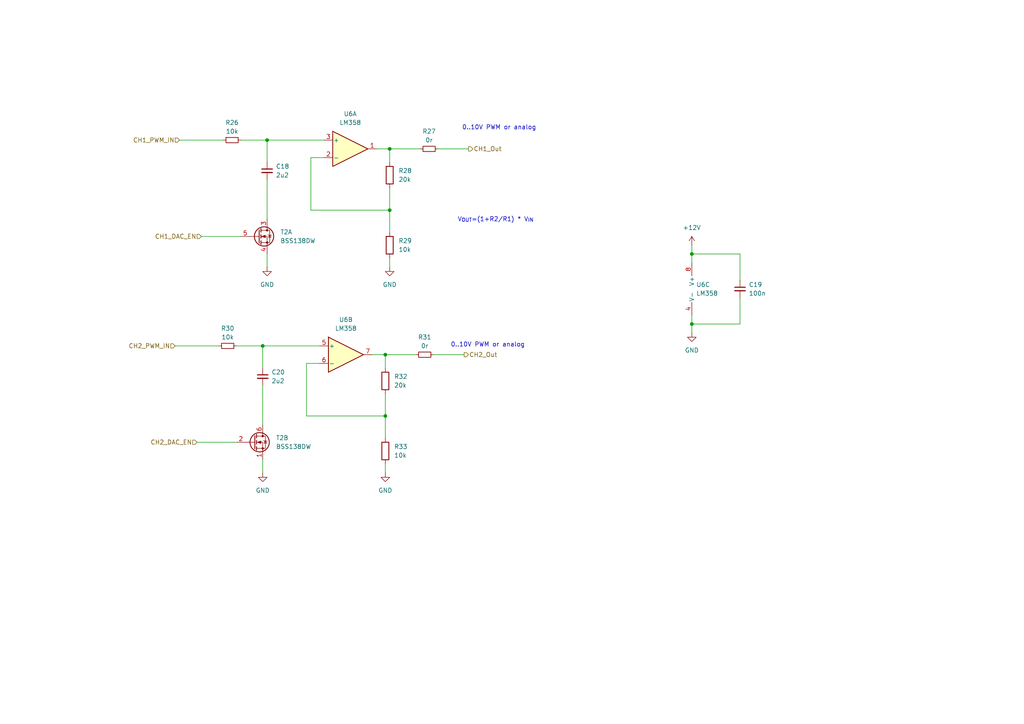
<source format=kicad_sch>
(kicad_sch (version 20250114) (generator "eeschema") (generator_version "9.0")
  (paper "A4")
  (lib_symbols
    (symbol "Amplifier_Operational:LM358" (pin_names (offset 0.127))
      (property "Reference" "U" (at 0 5.08 0))
      (property "Value" "LM358" (at 0 -5.08 0))
      (symbol "LM358_1_1"
        (polyline (pts (xy -5.08 5.08) (xy 5.08 0) (xy -5.08 -5.08) (xy -5.08 5.08)) (stroke (width 0.254)) (fill (type background)))
        (pin input line (at -7.62 2.54 0) (length 2.54) (name "+") (number "3"))
        (pin input line (at -7.62 -2.54 0) (length 2.54) (name "-") (number "2"))
        (pin output line (at 7.62 0 180) (length 2.54) (name "~") (number "1"))
      )
      (symbol "LM358_2_1"
        (polyline (pts (xy -5.08 5.08) (xy 5.08 0) (xy -5.08 -5.08) (xy -5.08 5.08)) (stroke (width 0.254)) (fill (type background)))
        (pin input line (at -7.62 2.54 0) (length 2.54) (name "+") (number "5"))
        (pin input line (at -7.62 -2.54 0) (length 2.54) (name "-") (number "6"))
        (pin output line (at 7.62 0 180) (length 2.54) (name "~") (number "7"))
      )
      (symbol "LM358_3_1"
        (pin power_in line (at -2.54 7.62 270) (length 3.81) (name "V+") (number "8"))
        (pin power_in line (at -2.54 -7.62 90) (length 3.81) (name "V-") (number "4"))
      )
    )
    (symbol "Device:C_Small" (pin_numbers (hide yes)) (pin_names (offset 0.254) (hide yes))
      (property "Reference" "C" (at 0.254 1.778 0))
      (property "Value" "C_Small" (at 0.254 -2.032 0))
      (symbol "C_Small_0_1"
        (polyline (pts (xy -1.524 0.508) (xy 1.524 0.508)) (stroke (width 0.3048)))
        (polyline (pts (xy -1.524 -0.508) (xy 1.524 -0.508)) (stroke (width 0.3302)))
      )
      (symbol "C_Small_1_1"
        (pin passive line (at 0 2.54 270) (length 2.032) (name "~") (number "1"))
        (pin passive line (at 0 -2.54 90) (length 2.032) (name "~") (number "2"))
      )
    )
    (symbol "Device:R" (pin_numbers (hide yes)) (pin_names (offset 0))
      (property "Reference" "R" (at 2.032 0 90))
      (property "Value" "R" (at 0 0 90))
      (symbol "R_0_1"
        (rectangle (start -1.016 -2.54) (end 1.016 2.54) (stroke (width 0.254)))
      )
      (symbol "R_1_1"
        (pin passive line (at 0 3.81 270) (length 1.27) (name "~") (number "1"))
        (pin passive line (at 0 -3.81 90) (length 1.27) (name "~") (number "2"))
      )
    )
    (symbol "Device:R_Small" (pin_numbers (hide yes)) (pin_names (offset 0.254) (hide yes))
      (property "Reference" "R" (at 0.762 0.508 0))
      (property "Value" "R_Small" (at 0.762 -1.016 0))
      (symbol "R_Small_0_1"
        (rectangle (start -0.762 1.778) (end 0.762 -1.778) (stroke (width 0.2032)))
      )
      (symbol "R_Small_1_1"
        (pin passive line (at 0 2.54 270) (length 0.762) (name "~") (number "1"))
        (pin passive line (at 0 -2.54 90) (length 0.762) (name "~") (number "2"))
      )
    )
    (symbol "MultiController_customSYM:BSS138DW" (pin_names (hide yes))
      (property "Reference" "T" (at -6.604 6.604 0))
      (property "Value" "BSS138DW" (at 6.604 -4.318 0))
      (symbol "BSS138DW_0_1"
        (polyline (pts (xy -2.286 1.905) (xy -2.286 -1.905)) (stroke (width 0.254)))
        (polyline (pts (xy -2.286 0) (xy -5.08 0)))
        (polyline (pts (xy -1.778 2.286) (xy -1.778 1.27)) (stroke (width 0.254)))
        (polyline (pts (xy -1.778 0.508) (xy -1.778 -0.508)) (stroke (width 0.254)))
        (polyline (pts (xy -1.778 -1.27) (xy -1.778 -2.286)) (stroke (width 0.254)))
        (polyline (pts (xy -1.778 -1.778) (xy 0.762 -1.778) (xy 0.762 1.778) (xy -1.778 1.778)))
        (polyline (pts (xy -1.524 0) (xy -0.508 0.381) (xy -0.508 -0.381) (xy -1.524 0)) (fill (type outline)))
        (circle (center -0.889 0) (radius 2.794) (stroke (width 0.254)))
        (polyline (pts (xy 0 2.54) (xy 0 1.778)))
        (circle (center 0 1.778) (radius 0.254) (fill (type outline)))
        (circle (center 0 -1.778) (radius 0.254) (fill (type outline)))
        (polyline (pts (xy 0 -2.54) (xy 0 0) (xy -1.778 0)))
        (polyline (pts (xy 0.254 0.508) (xy 0.381 0.381) (xy 1.143 0.381) (xy 1.27 0.254)))
        (polyline (pts (xy 0.762 0.381) (xy 0.381 -0.254) (xy 1.143 -0.254) (xy 0.762 0.381)))
      )
      (symbol "BSS138DW_1_0"
        (pin input line (at -7.62 0 0) (length 2.54) (name "G1") (number "5"))
        (pin passive line (at 0 -5.08 90) (length 2.54) (name "S1") (number "4"))
      )
      (symbol "BSS138DW_1_1"
        (pin passive line (at 0 5.08 270) (length 2.54) (name "D1") (number "3"))
      )
      (symbol "BSS138DW_2_0"
        (pin passive line (at 0 5.08 270) (length 2.54) (name "D2") (number "6"))
      )
      (symbol "BSS138DW_2_1"
        (pin input line (at -7.62 0 0) (length 2.54) (name "G2") (number "2"))
        (pin passive line (at 0 -5.08 90) (length 2.54) (name "S2") (number "1"))
      )
    )
    (symbol "power:+12V" (power) (pin_numbers (hide yes)) (pin_names (offset 0) (hide yes))
      (property "Value" "+12V" (at 0 3.556 0))
      (symbol "+12V_0_1"
        (polyline (pts (xy -0.762 1.27) (xy 0 2.54)))
        (polyline (pts (xy 0 2.54) (xy 0.762 1.27)))
        (polyline (pts (xy 0 0) (xy 0 2.54)))
      )
      (symbol "+12V_1_1"
        (pin power_in line (at 0 0 90) (length 0) (name "~") (number "1"))
      )
    )
    (symbol "power:GND" (power) (pin_numbers (hide yes)) (pin_names (offset 0) (hide yes))
      (property "Value" "GND" (at 0 -3.81 0))
      (symbol "GND_0_1"
        (polyline (pts (xy 0 0) (xy 0 -1.27) (xy 1.27 -1.27) (xy 0 -2.54) (xy -1.27 -1.27) (xy 0 -1.27)))
      )
      (symbol "GND_1_1"
        (pin power_in line (at 0 0 270) (length 0) (name "~") (number "1"))
      )
    )
  )
  (text "0..10V PWM or analog" (at 141.478 100.076 0) (effects (font (size 1.27 1.27))))
  (text "0..10V PWM or analog" (at 144.78 37.084 0) (effects (font (size 1.27 1.27))))
  (text "V_{OUT}=(1+R2/R1) * V_{IN}" (at 143.764 63.754 0) (effects (font (size 1.27 1.27))))
  (junction (at 77.47 40.64))
  (junction (at 113.03 60.96))
  (junction (at 111.76 120.65))
  (junction (at 200.66 93.98))
  (junction (at 111.76 102.87))
  (junction (at 76.2 100.33))
  (junction (at 200.66 73.66))
  (junction (at 113.03 43.18))
  (wire (pts (xy 111.76 102.87) (xy 120.65 102.87)))
  (wire (pts (xy 69.85 40.64) (xy 77.47 40.64)))
  (wire (pts (xy 77.47 40.64) (xy 93.98 40.64)))
  (wire (pts (xy 111.76 114.3) (xy 111.76 120.65)))
  (wire (pts (xy 90.17 60.96) (xy 113.03 60.96)))
  (wire (pts (xy 125.73 102.87) (xy 134.62 102.87)))
  (wire (pts (xy 214.63 93.98) (xy 200.66 93.98)))
  (wire (pts (xy 111.76 134.62) (xy 111.76 137.16)))
  (wire (pts (xy 88.9 120.65) (xy 88.9 105.41)))
  (wire (pts (xy 111.76 120.65) (xy 111.76 127)))
  (wire (pts (xy 113.03 54.61) (xy 113.03 60.96)))
  (wire (pts (xy 50.8 100.33) (xy 63.5 100.33)))
  (wire (pts (xy 90.17 60.96) (xy 90.17 45.72)))
  (wire (pts (xy 76.2 100.33) (xy 92.71 100.33)))
  (wire (pts (xy 111.76 106.68) (xy 111.76 102.87)))
  (wire (pts (xy 113.03 43.18) (xy 109.22 43.18)))
  (wire (pts (xy 113.03 46.99) (xy 113.03 43.18)))
  (wire (pts (xy 214.63 81.28) (xy 214.63 73.66)))
  (wire (pts (xy 52.07 40.64) (xy 64.77 40.64)))
  (wire (pts (xy 58.42 68.58) (xy 69.85 68.58)))
  (wire (pts (xy 113.03 60.96) (xy 113.03 67.31)))
  (wire (pts (xy 77.47 52.07) (xy 77.47 63.5)))
  (wire (pts (xy 77.47 73.66) (xy 77.47 77.47)))
  (wire (pts (xy 113.03 74.93) (xy 113.03 77.47)))
  (wire (pts (xy 77.47 40.64) (xy 77.47 46.99)))
  (wire (pts (xy 214.63 86.36) (xy 214.63 93.98)))
  (wire (pts (xy 113.03 43.18) (xy 121.92 43.18)))
  (wire (pts (xy 200.66 71.12) (xy 200.66 73.66)))
  (wire (pts (xy 88.9 105.41) (xy 92.71 105.41)))
  (wire (pts (xy 76.2 100.33) (xy 76.2 106.68)))
  (wire (pts (xy 88.9 120.65) (xy 111.76 120.65)))
  (wire (pts (xy 57.15 128.27) (xy 68.58 128.27)))
  (wire (pts (xy 111.76 102.87) (xy 107.95 102.87)))
  (wire (pts (xy 127 43.18) (xy 135.89 43.18)))
  (wire (pts (xy 90.17 45.72) (xy 93.98 45.72)))
  (wire (pts (xy 214.63 73.66) (xy 200.66 73.66)))
  (wire (pts (xy 76.2 111.76) (xy 76.2 123.19)))
  (wire (pts (xy 200.66 73.66) (xy 200.66 76.2)))
  (wire (pts (xy 68.58 100.33) (xy 76.2 100.33)))
  (wire (pts (xy 200.66 93.98) (xy 200.66 96.52)))
  (wire (pts (xy 200.66 91.44) (xy 200.66 93.98)))
  (wire (pts (xy 76.2 133.35) (xy 76.2 137.16)))
  (hierarchical_label "CH1_Out" (shape output) (at 135.89 43.18 0))
  (hierarchical_label "CH1_DAC_EN" (shape input) (at 58.42 68.58 180))
  (hierarchical_label "CH2_PWM_IN" (shape input) (at 50.8 100.33 180))
  (hierarchical_label "CH2_DAC_EN" (shape input) (at 57.15 128.27 180))
  (hierarchical_label "CH1_PWM_IN" (shape input) (at 52.07 40.64 180))
  (hierarchical_label "CH2_Out" (shape output) (at 134.62 102.87 0))
  (symbol (lib_id "Amplifier_Operational:LM358") (at 100.33 102.87 0) (unit 2)
    (property "Reference" "U5" (at 100.33 92.71 0))
    (property "Value" "LM358" (at 100.33 95.25 0))
    (property "Footprint" "Package_SO:SOIC-8_3.9x4.9mm_P1.27mm" (effects (hide yes)))
    (property "Datasheet" "http://www.ti.com/lit/ds/symlink/lm2904-n.pdf" (effects (hide yes)))
    (property "Description" "Low-Power, Dual Operational Amplifiers, DIP-8/SOIC-8/TO-99-8" (effects (hide yes)))
    (property "MPN" "LM358DT" (effects (hide yes)))
    (property "JLCPCB Part #" "C9418" (effects (hide yes)))
    (instances (project "MultiController" (path "" (reference "U6") (unit 2)) (path "" (reference "U5") (unit 2))))
  )
  (symbol (lib_id "Device:R") (at 113.03 71.12 0) (unit 1)
    (property "Reference" "R21" (at 115.57 69.8499 0) (effects (justify left)))
    (property "Value" "10k" (at 115.57 72.3899 0) (effects (justify left)))
    (property "Footprint" "Resistor_SMD:R_0603_1608Metric" (effects (hide yes)))
    (property "Description" "Resistor" (effects (hide yes)))
    (instances (project "MultiController" (path "" (reference "R29") (unit 1)) (path "" (reference "R21") (unit 1))))
  )
  (symbol (lib_id "Amplifier_Operational:LM358") (at 203.2 83.82 0) (unit 3)
    (property "Reference" "U5" (at 201.93 82.5499 0) (effects (justify left)))
    (property "Value" "LM358" (at 201.93 85.0899 0) (effects (justify left)))
    (property "Footprint" "Package_SO:SOIC-8_3.9x4.9mm_P1.27mm" (effects (hide yes)))
    (property "Datasheet" "http://www.ti.com/lit/ds/symlink/lm2904-n.pdf" (effects (hide yes)))
    (property "Description" "Low-Power, Dual Operational Amplifiers, DIP-8/SOIC-8/TO-99-8" (effects (hide yes)))
    (property "MPN" "LM358DT" (effects (hide yes)))
    (property "JLCPCB Part #" "C9418" (effects (hide yes)))
    (instances (project "MultiController" (path "" (reference "U6") (unit 3)) (path "" (reference "U5") (unit 3))))
  )
  (symbol (lib_id "Device:R_Small") (at 123.19 102.87 90) (unit 1)
    (property "Reference" "R23" (at 123.19 97.79 90))
    (property "Value" "0r" (at 123.19 100.33 90))
    (property "Footprint" "Resistor_SMD:R_0603_1608Metric" (effects (hide yes)))
    (property "Description" "Resistor, small symbol" (effects (hide yes)))
    (instances (project "MultiController" (path "" (reference "R31") (unit 1)) (path "" (reference "R23") (unit 1))))
  )
  (symbol (lib_id "power:GND") (at 77.47 77.47 0) (unit 1)
    (property "Reference" "#PWR047" (effects (hide yes)))
    (property "Value" "GND" (at 77.47 82.55 0))
    (property "Description" "Power symbol creates a global label with name \"GND\" , ground" (effects (hide yes)))
    (instances (project "MultiController" (path "" (reference "#PWR053") (unit 1)) (path "" (reference "#PWR047") (unit 1))))
  )
  (symbol (lib_id "power:GND") (at 111.76 137.16 0) (unit 1)
    (property "Reference" "#PWR051" (effects (hide yes)))
    (property "Value" "GND" (at 111.76 142.24 0))
    (property "Description" "Power symbol creates a global label with name \"GND\" , ground" (effects (hide yes)))
    (instances (project "MultiController" (path "" (reference "#PWR057") (unit 1)) (path "" (reference "#PWR051") (unit 1))))
  )
  (symbol (lib_id "Device:R_Small") (at 67.31 40.64 90) (unit 1)
    (property "Reference" "R18" (at 67.31 35.56 90))
    (property "Value" "10k" (at 67.31 38.1 90))
    (property "Footprint" "Resistor_SMD:R_0603_1608Metric" (effects (hide yes)))
    (property "Description" "Resistor, small symbol" (effects (hide yes)))
    (instances (project "MultiController" (path "" (reference "R26") (unit 1)) (path "" (reference "R18") (unit 1))))
  )
  (symbol (lib_id "power:GND") (at 76.2 137.16 0) (unit 1)
    (property "Reference" "#PWR050" (effects (hide yes)))
    (property "Value" "GND" (at 76.2 142.24 0))
    (property "Description" "Power symbol creates a global label with name \"GND\" , ground" (effects (hide yes)))
    (instances (project "MultiController" (path "" (reference "#PWR056") (unit 1)) (path "" (reference "#PWR050") (unit 1))))
  )
  (symbol (lib_id "Device:C_Small") (at 77.47 49.53 0) (unit 1)
    (property "Reference" "C15" (at 80.01 48.2662 0) (effects (justify left)))
    (property "Value" "2u2" (at 80.01 50.8062 0) (effects (justify left)))
    (property "Footprint" "Capacitor_SMD:C_0603_1608Metric" (effects (hide yes)))
    (property "Description" "Unpolarized capacitor, small symbol" (effects (hide yes)))
    (instances (project "MultiController" (path "" (reference "C18") (unit 1)) (path "" (reference "C15") (unit 1))))
  )
  (symbol (lib_id "Device:R") (at 113.03 50.8 0) (unit 1)
    (property "Reference" "R20" (at 115.57 49.5299 0) (effects (justify left)))
    (property "Value" "20k" (at 115.57 52.0699 0) (effects (justify left)))
    (property "Footprint" "Resistor_SMD:R_0603_1608Metric" (effects (hide yes)))
    (property "Description" "Resistor" (effects (hide yes)))
    (instances (project "MultiController" (path "" (reference "R28") (unit 1)) (path "" (reference "R20") (unit 1))))
  )
  (symbol (lib_id "power:GND") (at 200.66 96.52 0) (unit 1)
    (property "Reference" "#PWR049" (effects (hide yes)))
    (property "Value" "GND" (at 200.66 101.6 0))
    (property "Description" "Power symbol creates a global label with name \"GND\" , ground" (effects (hide yes)))
    (instances (project "MultiController" (path "" (reference "#PWR055") (unit 1)) (path "" (reference "#PWR049") (unit 1))))
  )
  (symbol (lib_id "Device:R_Small") (at 66.04 100.33 90) (unit 1)
    (property "Reference" "R22" (at 66.04 95.25 90))
    (property "Value" "10k" (at 66.04 97.79 90))
    (property "Footprint" "Resistor_SMD:R_0603_1608Metric" (effects (hide yes)))
    (property "Description" "Resistor, small symbol" (effects (hide yes)))
    (instances (project "MultiController" (path "" (reference "R30") (unit 1)) (path "" (reference "R22") (unit 1))))
  )
  (symbol (lib_id "Device:C_Small") (at 76.2 109.22 0) (unit 1)
    (property "Reference" "C17" (at 78.74 107.9562 0) (effects (justify left)))
    (property "Value" "2u2" (at 78.74 110.4962 0) (effects (justify left)))
    (property "Footprint" "Capacitor_SMD:C_0603_1608Metric" (effects (hide yes)))
    (property "Description" "Unpolarized capacitor, small symbol" (effects (hide yes)))
    (instances (project "MultiController" (path "" (reference "C20") (unit 1)) (path "" (reference "C17") (unit 1))))
  )
  (symbol (lib_id "power:+12V") (at 200.66 71.12 0) (unit 1)
    (property "Reference" "#PWR046" (effects (hide yes)))
    (property "Value" "+12V" (at 200.66 66.04 0))
    (property "Description" "Power symbol creates a global label with name \"+12V\"" (effects (hide yes)))
    (instances (project "MultiController" (path "" (reference "#PWR052") (unit 1)) (path "" (reference "#PWR046") (unit 1))))
  )
  (symbol (lib_id "MultiController_customSYM:BSS138DW") (at 77.47 68.58 0) (unit 1)
    (property "Reference" "T1" (at 81.28 67.3099 0) (effects (justify left)))
    (property "Value" "BSS138DW" (at 81.28 69.8499 0) (effects (justify left)))
    (property "Footprint" "Package_TO_SOT_SMD:SOT-363_SC-70-6" (effects (hide yes)))
    (property "Datasheet" "https://www.diodes.com/assets/Datasheets/ds30203.pdf" (effects (hide yes)))
    (property "MPN" "BSS138DW" (effects (hide yes)))
    (property "JLCPCB Part #" "C5362112" (effects (hide yes)))
    (instances (project "MultiController" (path "" (reference "T2") (unit 1)) (path "" (reference "T1") (unit 1))))
  )
  (symbol (lib_id "Device:R_Small") (at 124.46 43.18 90) (unit 1)
    (property "Reference" "R19" (at 124.46 38.1 90))
    (property "Value" "0r" (at 124.46 40.64 90))
    (property "Footprint" "Resistor_SMD:R_0603_1608Metric" (effects (hide yes)))
    (property "Description" "Resistor, small symbol" (effects (hide yes)))
    (instances (project "MultiController" (path "" (reference "R27") (unit 1)) (path "" (reference "R19") (unit 1))))
  )
  (symbol (lib_id "MultiController_customSYM:BSS138DW") (at 76.2 128.27 0) (unit 2)
    (property "Reference" "T1" (at 80.01 126.9999 0) (effects (justify left)))
    (property "Value" "BSS138DW" (at 80.01 129.5399 0) (effects (justify left)))
    (property "Footprint" "Package_TO_SOT_SMD:SOT-363_SC-70-6" (effects (hide yes)))
    (property "Datasheet" "https://www.diodes.com/assets/Datasheets/ds30203.pdf" (effects (hide yes)))
    (property "MPN" "BSS138DW" (effects (hide yes)))
    (property "JLCPCB Part #" "C5362112" (effects (hide yes)))
    (instances (project "MultiController" (path "" (reference "T2") (unit 2)) (path "" (reference "T1") (unit 2))))
  )
  (symbol (lib_id "Device:R") (at 111.76 110.49 0) (unit 1)
    (property "Reference" "R24" (at 114.3 109.2199 0) (effects (justify left)))
    (property "Value" "20k" (at 114.3 111.7599 0) (effects (justify left)))
    (property "Footprint" "Resistor_SMD:R_0603_1608Metric" (effects (hide yes)))
    (property "Description" "Resistor" (effects (hide yes)))
    (instances (project "MultiController" (path "" (reference "R32") (unit 1)) (path "" (reference "R24") (unit 1))))
  )
  (symbol (lib_id "power:GND") (at 113.03 77.47 0) (unit 1)
    (property "Reference" "#PWR048" (effects (hide yes)))
    (property "Value" "GND" (at 113.03 82.55 0))
    (property "Description" "Power symbol creates a global label with name \"GND\" , ground" (effects (hide yes)))
    (instances (project "MultiController" (path "" (reference "#PWR054") (unit 1)) (path "" (reference "#PWR048") (unit 1))))
  )
  (symbol (lib_id "Device:R") (at 111.76 130.81 0) (unit 1)
    (property "Reference" "R25" (at 114.3 129.5399 0) (effects (justify left)))
    (property "Value" "10k" (at 114.3 132.0799 0) (effects (justify left)))
    (property "Footprint" "Resistor_SMD:R_0603_1608Metric" (effects (hide yes)))
    (property "Description" "Resistor" (effects (hide yes)))
    (instances (project "MultiController" (path "" (reference "R33") (unit 1)) (path "" (reference "R25") (unit 1))))
  )
  (symbol (lib_id "Amplifier_Operational:LM358") (at 101.6 43.18 0) (unit 1)
    (property "Reference" "U5" (at 101.6 33.02 0))
    (property "Value" "LM358" (at 101.6 35.56 0))
    (property "Footprint" "Package_SO:SOIC-8_3.9x4.9mm_P1.27mm" (effects (hide yes)))
    (property "Datasheet" "http://www.ti.com/lit/ds/symlink/lm2904-n.pdf" (effects (hide yes)))
    (property "Description" "Low-Power, Dual Operational Amplifiers, DIP-8/SOIC-8/TO-99-8" (effects (hide yes)))
    (property "MPN" "LM358DT" (effects (hide yes)))
    (property "JLCPCB Part #" "C9418" (effects (hide yes)))
    (instances (project "MultiController" (path "" (reference "U6") (unit 1)) (path "" (reference "U5") (unit 1))))
  )
  (symbol (lib_id "Device:C_Small") (at 214.63 83.82 0) (unit 1)
    (property "Reference" "C16" (at 217.17 82.5562 0) (effects (justify left)))
    (property "Value" "100n" (at 217.17 85.0962 0) (effects (justify left)))
    (property "Footprint" "Capacitor_SMD:C_0603_1608Metric" (effects (hide yes)))
    (property "Description" "Unpolarized capacitor, small symbol" (effects (hide yes)))
    (instances (project "MultiController" (path "" (reference "C19") (unit 1)) (path "" (reference "C16") (unit 1))))
  )
)
</source>
